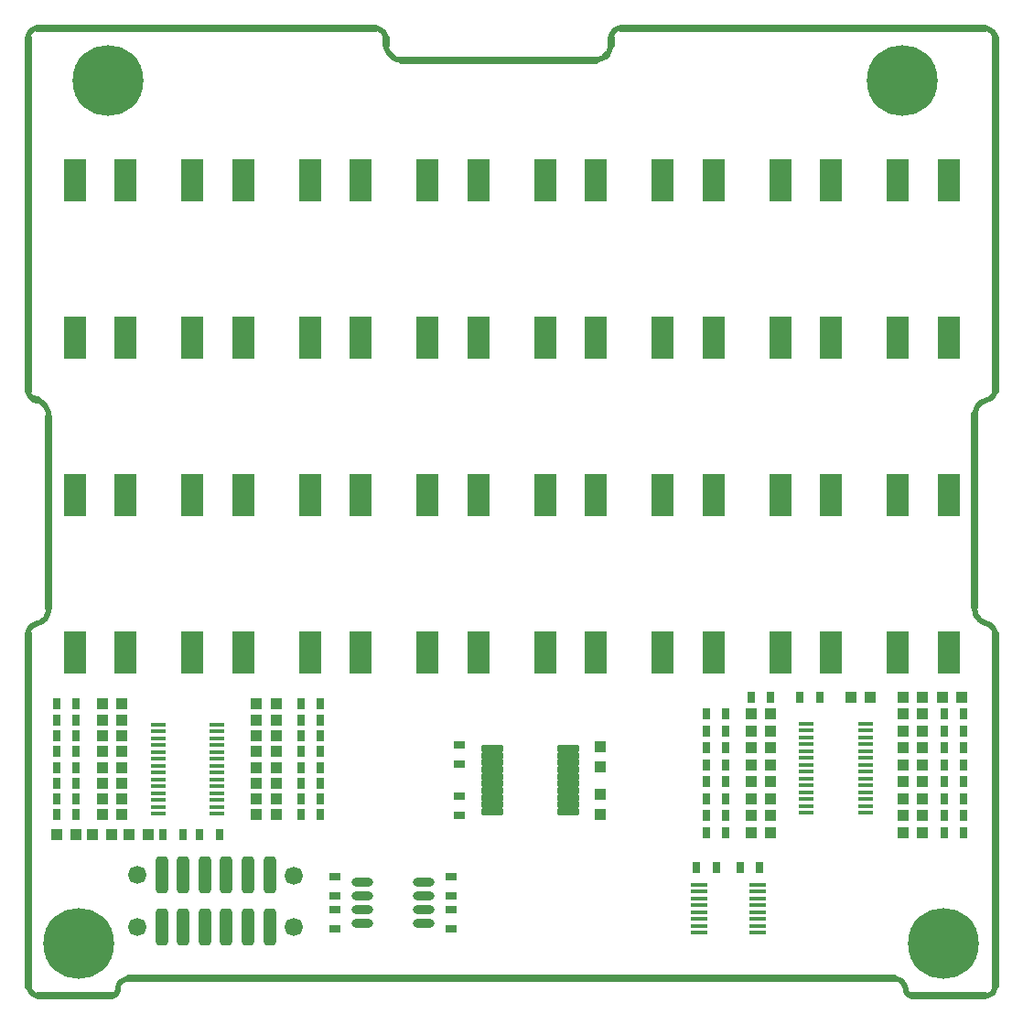
<source format=gbr>
G04*
G04 #@! TF.GenerationSoftware,Altium Limited,Altium Designer,24.1.2 (44)*
G04*
G04 Layer_Color=8388736*
%FSLAX44Y44*%
%MOMM*%
G71*
G04*
G04 #@! TF.SameCoordinates,FF60899B-E9A6-4C8F-AFAD-FD19F3B54CA5*
G04*
G04*
G04 #@! TF.FilePolarity,Negative*
G04*
G01*
G75*
%ADD17C,0.5000*%
%ADD19R,1.4605X0.3556*%
G04:AMPARAMS|DCode=21|XSize=1.505mm|YSize=0.38mm|CornerRadius=0.095mm|HoleSize=0mm|Usage=FLASHONLY|Rotation=0.000|XOffset=0mm|YOffset=0mm|HoleType=Round|Shape=RoundedRectangle|*
%AMROUNDEDRECTD21*
21,1,1.5050,0.1900,0,0,0.0*
21,1,1.3150,0.3800,0,0,0.0*
1,1,0.1900,0.6575,-0.0950*
1,1,0.1900,-0.6575,-0.0950*
1,1,0.1900,-0.6575,0.0950*
1,1,0.1900,0.6575,0.0950*
%
%ADD21ROUNDEDRECTD21*%
%ADD27R,1.1032X1.0032*%
%ADD28R,0.8032X1.1032*%
%ADD29R,1.0032X1.1032*%
%ADD30R,1.1032X0.8032*%
G04:AMPARAMS|DCode=31|XSize=2.1032mm|YSize=0.6032mm|CornerRadius=0.1516mm|HoleSize=0mm|Usage=FLASHONLY|Rotation=0.000|XOffset=0mm|YOffset=0mm|HoleType=Round|Shape=RoundedRectangle|*
%AMROUNDEDRECTD31*
21,1,2.1032,0.3000,0,0,0.0*
21,1,1.8000,0.6032,0,0,0.0*
1,1,0.3032,0.9000,-0.1500*
1,1,0.3032,-0.9000,-0.1500*
1,1,0.3032,-0.9000,0.1500*
1,1,0.3032,0.9000,0.1500*
%
%ADD31ROUNDEDRECTD31*%
%ADD32O,2.0032X0.8032*%
G04:AMPARAMS|DCode=33|XSize=1.2032mm|YSize=3.4032mm|CornerRadius=0.3516mm|HoleSize=0mm|Usage=FLASHONLY|Rotation=0.000|XOffset=0mm|YOffset=0mm|HoleType=Round|Shape=RoundedRectangle|*
%AMROUNDEDRECTD33*
21,1,1.2032,2.7000,0,0,0.0*
21,1,0.5000,3.4032,0,0,0.0*
1,1,0.7032,0.2500,-1.3500*
1,1,0.7032,-0.2500,-1.3500*
1,1,0.7032,-0.2500,1.3500*
1,1,0.7032,0.2500,1.3500*
%
%ADD33ROUNDEDRECTD33*%
%ADD34R,2.0000X3.9000*%
%ADD35C,0.7032*%
%ADD36C,1.6812*%
%ADD37C,6.5532*%
%ADD38C,1.7272*%
D17*
X894800Y5300D02*
X896265Y7209D01*
X897186Y9433D01*
X897500Y11818D01*
X811642Y15166D02*
X811633Y15174D01*
X83952Y4128D02*
X85084Y5821D01*
X85482Y7819D01*
X537931Y872959D02*
X539574Y874961D01*
X540794Y877245D01*
X541546Y879723D01*
X541800Y882300D01*
X14719Y348360D02*
X16734Y349771D01*
X18473Y351511D01*
X19884Y353526D01*
X20924Y355755D01*
X21560Y358131D01*
X21775Y360582D01*
X4900Y5600D02*
X7092Y3918D01*
X9645Y2861D01*
X12384Y2500D01*
X2600Y11153D02*
X3198Y8148D01*
X4900Y5600D01*
X80023Y2500D02*
X82149Y2923D01*
X83952Y4128D01*
X88637Y15437D02*
X86925Y13206D01*
X85849Y10608D01*
X85482Y7819D01*
X95791Y18400D02*
X93172Y18055D01*
X90732Y17045D01*
X88637Y15437D01*
X11436Y897500D02*
X9226Y897209D01*
X7168Y896356D01*
X5400Y895000D01*
X331161Y894484D02*
X329028Y896120D01*
X326544Y897149D01*
X323879Y897500D01*
X333600Y888596D02*
X333316Y890751D01*
X332484Y892759D01*
X331161Y894484D01*
X814500Y8253D02*
X814167Y10783D01*
X813193Y13140D01*
X811642Y15166D01*
X811633Y15174D02*
X809344Y16925D01*
X806680Y18025D01*
X803823Y18400D01*
X816235Y4065D02*
X818079Y2833D01*
X820255Y2400D01*
X814500Y8253D02*
X814951Y5987D01*
X816235Y4065D01*
X887799Y2400D02*
X890361Y2737D01*
X892749Y3726D01*
X894800Y5300D01*
X527536Y868200D02*
X530191Y868461D01*
X532743Y869236D01*
X535095Y870493D01*
X537157Y872185D01*
X337700Y872600D02*
X339492Y871069D01*
X341502Y869837D01*
X343680Y868935D01*
X345973Y868385D01*
X348323Y868200D01*
X333600Y882498D02*
X333869Y879767D01*
X334665Y877141D01*
X335959Y874721D01*
X337700Y872600D01*
X544600Y894800D02*
X543081Y892820D01*
X542126Y890514D01*
X541800Y888040D01*
X551118Y897500D02*
X548732Y897186D01*
X546509Y896265D01*
X544600Y894800D01*
X5400Y895000D02*
X3885Y893027D01*
X2930Y890729D01*
X2600Y888263D01*
Y561842D02*
X3167Y559509D01*
X4279Y557381D01*
X5868Y555583D01*
X7844Y554219D01*
X21700Y537611D02*
X21528Y540202D01*
X20998Y542744D01*
X20123Y545189D01*
X18917Y547489D01*
X17372Y549529D01*
X15468Y551239D01*
X13274Y552556D01*
X10870Y553433D01*
X5741Y344308D02*
X4035Y342084D01*
X2964Y339494D01*
X2600Y336715D01*
X7596Y345622D02*
X5741Y344308D01*
X11389Y346841D02*
X14719Y348360D01*
X885071Y551762D02*
X882761Y549861D01*
X880790Y547612D01*
Y547612D02*
X879691Y545401D01*
X878875Y543071D01*
X878354Y540657D01*
X878300Y539939D01*
X890200Y553700D02*
X887351Y552827D01*
X884680Y551507D01*
X889655Y553558D02*
X892332Y554464D01*
X894617Y556129D01*
X896300Y558400D01*
X897600Y888223D02*
X897298Y890520D01*
X896411Y892662D01*
X895000Y894500D01*
X892879Y896128D01*
X890408Y897151D01*
X887757Y897500D01*
X896252Y558235D02*
X897258Y560315D01*
X897600Y562600D01*
X888102Y347176D02*
X891012Y346242D01*
X897500Y337177D02*
X897167Y339703D01*
X896192Y342058D01*
X894641Y344080D01*
X892961Y345387D01*
X891012Y346242D01*
X878300Y362200D02*
X878317Y359790D01*
X878707Y357412D01*
X879462Y355123D01*
Y355123D02*
X880530Y352932D01*
X882059Y351034D01*
X882720Y350429D02*
X885220Y348486D01*
X888102Y347176D01*
X11389Y346841D02*
X7964Y345774D01*
D19*
X722758Y171625D02*
D03*
Y177975D02*
D03*
Y184325D02*
D03*
Y190675D02*
D03*
Y197025D02*
D03*
Y203375D02*
D03*
Y209725D02*
D03*
Y216075D02*
D03*
Y222425D02*
D03*
Y228775D02*
D03*
Y235125D02*
D03*
Y241475D02*
D03*
Y247825D02*
D03*
Y254175D02*
D03*
X777242D02*
D03*
Y247825D02*
D03*
Y241475D02*
D03*
Y235125D02*
D03*
Y228775D02*
D03*
Y222425D02*
D03*
Y216075D02*
D03*
Y209725D02*
D03*
Y203375D02*
D03*
Y197025D02*
D03*
Y190675D02*
D03*
Y184325D02*
D03*
Y177975D02*
D03*
Y171625D02*
D03*
X122759Y253499D02*
D03*
Y247149D02*
D03*
Y240799D02*
D03*
Y234449D02*
D03*
Y228099D02*
D03*
Y221749D02*
D03*
Y215399D02*
D03*
Y209049D02*
D03*
Y202699D02*
D03*
Y196349D02*
D03*
Y189999D02*
D03*
Y183649D02*
D03*
Y177299D02*
D03*
Y170949D02*
D03*
X177241D02*
D03*
Y177299D02*
D03*
Y183649D02*
D03*
Y189999D02*
D03*
Y196349D02*
D03*
Y202699D02*
D03*
Y209049D02*
D03*
Y215399D02*
D03*
Y221749D02*
D03*
Y228099D02*
D03*
Y234449D02*
D03*
Y240799D02*
D03*
Y247149D02*
D03*
Y253499D02*
D03*
D21*
X623549Y105425D02*
D03*
Y99075D02*
D03*
Y92725D02*
D03*
Y86375D02*
D03*
Y80025D02*
D03*
Y73675D02*
D03*
Y67325D02*
D03*
Y60975D02*
D03*
X677651D02*
D03*
Y67325D02*
D03*
Y73675D02*
D03*
Y80025D02*
D03*
Y86375D02*
D03*
Y92725D02*
D03*
Y99075D02*
D03*
Y105425D02*
D03*
D27*
X866488Y278900D02*
D03*
X848488D02*
D03*
X671500Y153500D02*
D03*
X689500D02*
D03*
X671500Y184786D02*
D03*
X689500D02*
D03*
X671500Y231714D02*
D03*
X689500D02*
D03*
X671500Y216071D02*
D03*
X689500D02*
D03*
X671500Y169143D02*
D03*
X689500D02*
D03*
X671500Y200428D02*
D03*
X689500D02*
D03*
X671500Y247357D02*
D03*
X689500D02*
D03*
X671500Y263000D02*
D03*
X689500D02*
D03*
X830000Y200429D02*
D03*
X812000D02*
D03*
X830000Y184786D02*
D03*
X812000D02*
D03*
X830000Y169143D02*
D03*
X812000D02*
D03*
X830000Y153500D02*
D03*
X812000D02*
D03*
X830000Y216071D02*
D03*
X812000D02*
D03*
X830000Y231714D02*
D03*
X812000D02*
D03*
X830000Y247357D02*
D03*
X812000D02*
D03*
X830000Y263000D02*
D03*
X812000D02*
D03*
X71200Y184465D02*
D03*
X89200D02*
D03*
X71200Y169792D02*
D03*
X89200D02*
D03*
X71200Y213810D02*
D03*
X89200D02*
D03*
X71200Y199137D02*
D03*
X89200D02*
D03*
X71200Y243155D02*
D03*
X89200D02*
D03*
X71200Y228482D02*
D03*
X89200D02*
D03*
X71200Y272500D02*
D03*
X89200D02*
D03*
X71200Y257827D02*
D03*
X89200D02*
D03*
X231800Y184465D02*
D03*
X213800D02*
D03*
X231800Y199137D02*
D03*
X213800D02*
D03*
X231800Y213810D02*
D03*
X213800D02*
D03*
X231800Y228482D02*
D03*
X213800D02*
D03*
X231800Y243155D02*
D03*
X213800D02*
D03*
Y169792D02*
D03*
X231800D02*
D03*
Y257827D02*
D03*
X213800D02*
D03*
X231800Y272500D02*
D03*
X213800D02*
D03*
X95793Y151592D02*
D03*
X113793D02*
D03*
X781900Y278900D02*
D03*
X763900D02*
D03*
X830000D02*
D03*
X812000D02*
D03*
X28599Y151592D02*
D03*
X46599D02*
D03*
X62196D02*
D03*
X80196D02*
D03*
D28*
X716932Y278899D02*
D03*
X735091Y278900D02*
D03*
X661437Y121399D02*
D03*
X679596Y121400D02*
D03*
X621225Y121399D02*
D03*
X639384Y121400D02*
D03*
X648168Y153493D02*
D03*
X630009Y153492D02*
D03*
X648168Y169137D02*
D03*
X630009Y169136D02*
D03*
X648168Y184781D02*
D03*
X630009Y184780D02*
D03*
X648168Y200425D02*
D03*
X630009Y200424D02*
D03*
X648168Y216069D02*
D03*
X630009Y216068D02*
D03*
X648168Y231713D02*
D03*
X630009Y231712D02*
D03*
X648168Y263001D02*
D03*
X630009Y263000D02*
D03*
X648168Y247357D02*
D03*
X630009Y247356D02*
D03*
X850132Y200432D02*
D03*
X868291Y200433D02*
D03*
X850132Y184790D02*
D03*
X868291Y184791D02*
D03*
X850132Y153507D02*
D03*
X868291Y153508D02*
D03*
X850132Y169149D02*
D03*
X868291Y169150D02*
D03*
X850132Y216073D02*
D03*
X868291Y216075D02*
D03*
X850132Y231715D02*
D03*
X868291Y231716D02*
D03*
X850132Y262999D02*
D03*
X868291Y263000D02*
D03*
X850132Y247357D02*
D03*
X868291Y247358D02*
D03*
X46868Y184467D02*
D03*
X28709Y184466D02*
D03*
X46868Y169793D02*
D03*
X28709Y169792D02*
D03*
X46868Y213814D02*
D03*
X28709Y213813D02*
D03*
X46868Y199141D02*
D03*
X28709Y199139D02*
D03*
X46868Y243162D02*
D03*
X28709Y243160D02*
D03*
X46868Y228488D02*
D03*
X28709Y228487D02*
D03*
X46868Y272509D02*
D03*
X28709Y272508D02*
D03*
X46868Y257835D02*
D03*
X28709Y257834D02*
D03*
X255000Y169791D02*
D03*
X273159Y169792D02*
D03*
X255000Y184463D02*
D03*
X273159Y184465D02*
D03*
X255000Y199136D02*
D03*
X273159Y199137D02*
D03*
X255000Y213808D02*
D03*
X273159Y213810D02*
D03*
X255000Y228481D02*
D03*
X273159Y228482D02*
D03*
X255000Y243154D02*
D03*
X273159Y243155D02*
D03*
X255000Y257826D02*
D03*
X273159Y257827D02*
D03*
X255000Y272499D02*
D03*
X273159Y272500D02*
D03*
X127587Y151600D02*
D03*
X145746Y151601D02*
D03*
X689390Y278900D02*
D03*
X671231Y278899D02*
D03*
X161184Y151600D02*
D03*
X179343Y151601D02*
D03*
D29*
X532200Y170600D02*
D03*
Y188600D02*
D03*
X532100Y214652D02*
D03*
Y232652D02*
D03*
D30*
X401700Y169345D02*
D03*
X401699Y187504D02*
D03*
X401700Y216675D02*
D03*
X401699Y234834D02*
D03*
X394000Y94509D02*
D03*
X393999Y112668D02*
D03*
X394000Y82559D02*
D03*
X394001Y64400D02*
D03*
X286200Y94509D02*
D03*
X286199Y112668D02*
D03*
X286200Y82559D02*
D03*
X286201Y64400D02*
D03*
D31*
X502350Y231150D02*
D03*
Y224650D02*
D03*
Y218150D02*
D03*
Y211650D02*
D03*
Y205150D02*
D03*
Y198650D02*
D03*
Y192150D02*
D03*
Y185650D02*
D03*
Y179150D02*
D03*
Y172650D02*
D03*
X432250D02*
D03*
Y179150D02*
D03*
Y185650D02*
D03*
Y192150D02*
D03*
Y198650D02*
D03*
Y205150D02*
D03*
Y211650D02*
D03*
Y218150D02*
D03*
Y224650D02*
D03*
Y231150D02*
D03*
D32*
X311950Y107425D02*
D03*
Y94725D02*
D03*
Y82025D02*
D03*
Y69325D02*
D03*
X368450Y107425D02*
D03*
Y94725D02*
D03*
Y82025D02*
D03*
Y69325D02*
D03*
D33*
X166000Y114000D02*
D03*
X146000D02*
D03*
X126000D02*
D03*
X186000D02*
D03*
X206000D02*
D03*
X226000D02*
D03*
Y66000D02*
D03*
X206000D02*
D03*
X126000D02*
D03*
X146000D02*
D03*
X166000D02*
D03*
X186000D02*
D03*
D34*
X854329Y756676D02*
D03*
X807329D02*
D03*
X372129Y320276D02*
D03*
X419129D02*
D03*
X698529D02*
D03*
X745529D02*
D03*
X589729D02*
D03*
X636729D02*
D03*
X372100Y465743D02*
D03*
X419100D02*
D03*
X589700D02*
D03*
X636700D02*
D03*
X480929Y320276D02*
D03*
X527929D02*
D03*
X698500Y465743D02*
D03*
X745500D02*
D03*
X480900D02*
D03*
X527900D02*
D03*
X263300D02*
D03*
X310300D02*
D03*
X263329Y320276D02*
D03*
X310329D02*
D03*
X45729Y756676D02*
D03*
X92729D02*
D03*
X154500D02*
D03*
X201500D02*
D03*
X263300Y611210D02*
D03*
X310300D02*
D03*
X154500D02*
D03*
X201500D02*
D03*
X45729D02*
D03*
X92729D02*
D03*
X263300Y756676D02*
D03*
X310300D02*
D03*
X154529Y320276D02*
D03*
X201529D02*
D03*
X45729D02*
D03*
X92729D02*
D03*
X154500Y465743D02*
D03*
X201500D02*
D03*
X45729D02*
D03*
X92729D02*
D03*
X807329Y320276D02*
D03*
X854329D02*
D03*
X807329Y465743D02*
D03*
X854329D02*
D03*
X589700Y611210D02*
D03*
X636700D02*
D03*
X698500D02*
D03*
X745500D02*
D03*
X807329D02*
D03*
X854329D02*
D03*
X480900D02*
D03*
X527900D02*
D03*
X372100D02*
D03*
X419100D02*
D03*
X480900Y756676D02*
D03*
X527900D02*
D03*
X698500D02*
D03*
X745500D02*
D03*
X589700D02*
D03*
X636700D02*
D03*
X372100D02*
D03*
X419100D02*
D03*
D35*
X537157Y872185D02*
X537931Y872959D01*
X12384Y2500D02*
X80023D01*
X95791Y18400D02*
X803823D01*
X11436Y897500D02*
X323879D01*
X820255Y2400D02*
X887799D01*
X348323Y868200D02*
X527536D01*
X333600Y882498D02*
Y888596D01*
X541800Y882300D02*
Y888040D01*
X551118Y897500D02*
X887757D01*
X21700Y362270D02*
X21751Y361407D01*
X2600Y561842D02*
Y888263D01*
X10846Y553440D02*
X10870Y553433D01*
X21700Y537611D02*
X21700Y362270D01*
X7844Y554219D02*
X10846Y553440D01*
X2600Y336715D02*
X2600Y11153D01*
X878300Y539939D02*
X878300Y539923D01*
X897600Y562600D02*
X897600Y888223D01*
X897500Y11818D02*
Y337177D01*
X878300Y362200D02*
Y539923D01*
D36*
X103500Y114000D02*
D03*
Y66200D02*
D03*
X248500Y113800D02*
D03*
Y66200D02*
D03*
D37*
X849200Y50800D02*
D03*
X49100D02*
D03*
X811100Y849200D02*
D03*
X76200D02*
D03*
D38*
X849200Y27940D02*
D03*
X872060Y50800D02*
D03*
X849200Y73660D02*
D03*
X826340Y50800D02*
D03*
X833036Y34636D02*
D03*
X865365D02*
D03*
Y66965D02*
D03*
X833036D02*
D03*
X49100Y27940D02*
D03*
X71960Y50800D02*
D03*
X49100Y73660D02*
D03*
X26240Y50800D02*
D03*
X32936Y34636D02*
D03*
X65265D02*
D03*
Y66965D02*
D03*
X32936D02*
D03*
X811100Y826340D02*
D03*
X833960Y849200D02*
D03*
X811100Y872060D02*
D03*
X788240Y849200D02*
D03*
X794936Y833036D02*
D03*
X827264D02*
D03*
Y865365D02*
D03*
X794936D02*
D03*
X76200Y826340D02*
D03*
X99060Y849200D02*
D03*
X76200Y872060D02*
D03*
X53340Y849200D02*
D03*
X60036Y833036D02*
D03*
X92365D02*
D03*
Y865365D02*
D03*
X60036D02*
D03*
M02*

</source>
